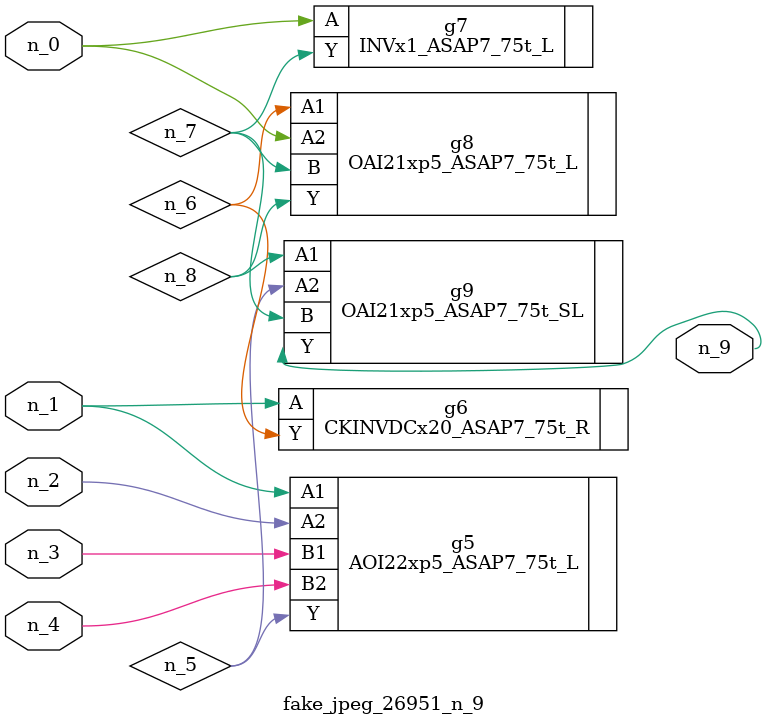
<source format=v>
module fake_jpeg_26951_n_9 (n_3, n_2, n_1, n_0, n_4, n_9);

input n_3;
input n_2;
input n_1;
input n_0;
input n_4;

output n_9;

wire n_8;
wire n_6;
wire n_5;
wire n_7;

AOI22xp5_ASAP7_75t_L g5 ( 
.A1(n_1),
.A2(n_2),
.B1(n_3),
.B2(n_4),
.Y(n_5)
);

CKINVDCx20_ASAP7_75t_R g6 ( 
.A(n_1),
.Y(n_6)
);

INVx1_ASAP7_75t_L g7 ( 
.A(n_0),
.Y(n_7)
);

OAI21xp5_ASAP7_75t_L g8 ( 
.A1(n_6),
.A2(n_0),
.B(n_7),
.Y(n_8)
);

OAI21xp5_ASAP7_75t_SL g9 ( 
.A1(n_8),
.A2(n_5),
.B(n_7),
.Y(n_9)
);


endmodule
</source>
